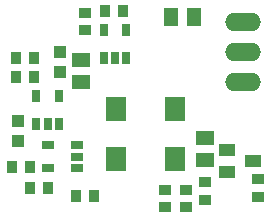
<source format=gts>
G04 (created by PCBNEW (2013-02-14 BZR 3950)-testing) date Tuesday, 2013 April 23 20:25:31*
%MOIN*%
G04 Gerber Fmt 3.4, Leading zero omitted, Abs format*
%FSLAX34Y34*%
G01*
G70*
G90*
G04 APERTURE LIST*
%ADD10C,0.006*%
%ADD11O,0.12X0.06*%
%ADD12R,0.0708X0.0787*%
%ADD13R,0.0275X0.0393*%
%ADD14R,0.0393X0.0393*%
%ADD15R,0.0393X0.0275*%
%ADD16R,0.0354X0.0394*%
%ADD17R,0.0394X0.0354*%
%ADD18R,0.0512X0.059*%
%ADD19R,0.059X0.0512*%
%ADD20R,0.0551X0.0393*%
G04 APERTURE END LIST*
G54D10*
G54D11*
X76900Y-38150D03*
X76900Y-37150D03*
X76900Y-36150D03*
G54D12*
X74634Y-39074D03*
X72666Y-39074D03*
X72666Y-40726D03*
X74634Y-40726D03*
G54D13*
X70026Y-39572D03*
X70400Y-39572D03*
X70774Y-39572D03*
X70774Y-38628D03*
X70026Y-38628D03*
G54D14*
X69400Y-40134D03*
X69400Y-39466D03*
X70800Y-37834D03*
X70800Y-37166D03*
G54D15*
X71372Y-41024D03*
X71372Y-40650D03*
X71372Y-40276D03*
X70428Y-40276D03*
X70428Y-41024D03*
G54D13*
X72276Y-37372D03*
X72650Y-37372D03*
X73024Y-37372D03*
X73024Y-36428D03*
X72276Y-36428D03*
G54D16*
X69946Y-38000D03*
X69354Y-38000D03*
G54D17*
X74300Y-41754D03*
X74300Y-42346D03*
G54D16*
X71354Y-41950D03*
X71946Y-41950D03*
G54D17*
X71650Y-36446D03*
X71650Y-35854D03*
X75000Y-41754D03*
X75000Y-42346D03*
X75650Y-41504D03*
X75650Y-42096D03*
G54D16*
X69796Y-41000D03*
X69204Y-41000D03*
X70396Y-41700D03*
X69804Y-41700D03*
X72304Y-35800D03*
X72896Y-35800D03*
X69946Y-37350D03*
X69354Y-37350D03*
G54D17*
X77400Y-41404D03*
X77400Y-41996D03*
G54D18*
X75275Y-36000D03*
X74525Y-36000D03*
G54D19*
X75650Y-40775D03*
X75650Y-40025D03*
X71500Y-37425D03*
X71500Y-38175D03*
G54D20*
X76367Y-40426D03*
X76367Y-41174D03*
X77233Y-40800D03*
M02*

</source>
